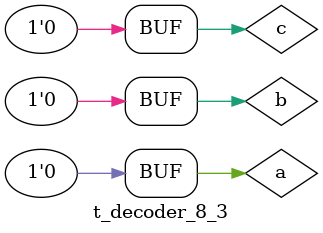
<source format=v>
module t_decoder_8_3;
  wire S, C;
  reg a, b, c;

  FAdder S1(S, C, a, b, c );
  initial begin
    a = 0; b = 0; c = 0;
    #50
    a = 0; b = 0; c = 1;
    #50
    a = 0; b = 1; c = 0;
    #50
    a = 0; b = 1; c = 1;
    #50
    a = 1; b = 0; c = 0;
    #50
    a = 1; b = 0; c = 1;
    #50
    a = 1; b = 1; c = 0;
    #50
    a = 1; b = 1; c = 1;
    #50
    a = 0; b = 0; c = 0;
  end

  initial begin
    $monitor("| a = %b | b = %b | c = %b | Sum = %b | Carry = %b |", a, b, c, S, C);
  end
endmodule

</source>
